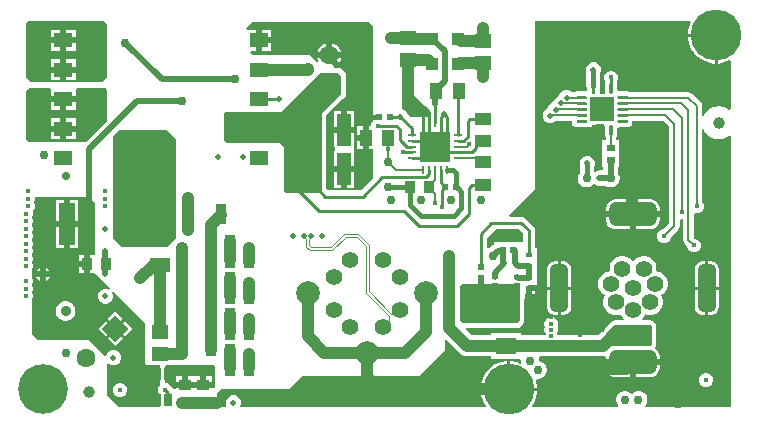
<source format=gtl>
G04*
G04 #@! TF.GenerationSoftware,Altium Limited,Altium Designer,23.3.1 (30)*
G04*
G04 Layer_Physical_Order=1*
G04 Layer_Color=255*
%FSLAX44Y44*%
%MOMM*%
G71*
G04*
G04 #@! TF.SameCoordinates,D194EA9E-320C-42BA-852E-FFA0FE6248A8*
G04*
G04*
G04 #@! TF.FilePolarity,Positive*
G04*
G01*
G75*
%ADD11C,0.2500*%
%ADD18R,0.6500X0.5500*%
%ADD19R,1.5500X1.2700*%
%ADD20R,0.4500X0.5500*%
%ADD21R,0.6200X0.6200*%
%ADD22R,1.4500X1.1500*%
%ADD23R,1.0000X0.9000*%
%ADD24R,0.6500X1.0600*%
%ADD25R,0.9500X1.3500*%
%ADD26R,0.9000X1.0000*%
%ADD27R,1.0500X1.4000*%
%ADD28R,1.8000X1.1500*%
%ADD29R,1.4000X3.5600*%
%ADD30R,0.9500X1.7000*%
%ADD31R,0.5000X0.4000*%
%ADD32R,0.7000X0.2500*%
%ADD33R,0.2500X0.7000*%
%ADD34R,1.0000X1.0000*%
%ADD35R,1.7500X1.4000*%
%ADD36R,0.6200X0.6200*%
%ADD37R,0.5500X0.4500*%
%ADD38R,1.4000X1.0500*%
%ADD39R,1.1500X2.7000*%
%ADD42R,2.0500X2.0500*%
%ADD43C,0.2520*%
G04:AMPARAMS|DCode=78|XSize=4mm|YSize=2mm|CornerRadius=0.5mm|HoleSize=0mm|Usage=FLASHONLY|Rotation=0.000|XOffset=0mm|YOffset=0mm|HoleType=Round|Shape=RoundedRectangle|*
%AMROUNDEDRECTD78*
21,1,4.0000,1.0000,0,0,0.0*
21,1,3.0000,2.0000,0,0,0.0*
1,1,1.0000,1.5000,-0.5000*
1,1,1.0000,-1.5000,-0.5000*
1,1,1.0000,-1.5000,0.5000*
1,1,1.0000,1.5000,0.5000*
%
%ADD78ROUNDEDRECTD78*%
%ADD79C,0.7500*%
%ADD80C,1.0000*%
%ADD81R,2.6000X2.6000*%
%ADD82C,0.0889*%
%ADD83C,1.0160*%
%ADD84C,0.1270*%
%ADD85C,0.5080*%
%ADD86C,0.2540*%
%ADD87C,0.3810*%
%ADD88C,0.1500*%
G04:AMPARAMS|DCode=89|XSize=4mm|YSize=1.5mm|CornerRadius=0.375mm|HoleSize=0mm|Usage=FLASHONLY|Rotation=270.000|XOffset=0mm|YOffset=0mm|HoleType=Round|Shape=RoundedRectangle|*
%AMROUNDEDRECTD89*
21,1,4.0000,0.7500,0,0,270.0*
21,1,3.2500,1.5000,0,0,270.0*
1,1,0.7500,-0.3750,-1.6250*
1,1,0.7500,-0.3750,1.6250*
1,1,0.7500,0.3750,1.6250*
1,1,0.7500,0.3750,-1.6250*
%
%ADD89ROUNDEDRECTD89*%
%ADD90C,1.4000*%
%ADD91C,0.7000*%
%ADD92C,0.9000*%
%ADD93P,2.2627X4X270.0*%
%ADD94C,1.6000*%
%ADD95C,2.0000*%
%ADD96C,4.3000*%
%ADD97C,4.2000*%
%ADD98R,1.6000X1.6000*%
%ADD99C,0.5080*%
%ADD100C,0.4064*%
%ADD101C,0.7620*%
G36*
X252730Y265430D02*
Y250190D01*
X236220Y233680D01*
Y204203D01*
Y202197D01*
Y168910D01*
X233680Y166370D01*
X205740D01*
X204470Y167640D01*
Y204470D01*
X200660Y208280D01*
X179070Y208280D01*
X156210Y208280D01*
X153670Y210820D01*
Y233680D01*
X154940Y234950D01*
X201930D01*
X234950Y267970D01*
X248295D01*
X248920Y267846D01*
X249545Y267970D01*
X250190D01*
X252730Y265430D01*
D02*
G37*
G36*
X54610Y309580D02*
Y264160D01*
X50800Y260350D01*
X-10320D01*
X-13970Y264000D01*
Y309880D01*
X-11554Y312296D01*
X51894D01*
X54610Y309580D01*
D02*
G37*
G36*
X482378Y251556D02*
Y251278D01*
X482165Y250763D01*
X481771Y250369D01*
X481256Y250156D01*
X480700D01*
X480185Y250369D01*
X479791Y250763D01*
X479578Y251278D01*
Y251556D01*
X479578D01*
Y258656D01*
X482378D01*
Y251556D01*
D02*
G37*
G36*
X467378D02*
Y251278D01*
X467165Y250763D01*
X466771Y250369D01*
X466256Y250156D01*
X465700D01*
X465185Y250369D01*
X464791Y250763D01*
X464578Y251278D01*
Y251556D01*
Y258656D01*
X467378D01*
X467378Y251556D01*
D02*
G37*
G36*
X54610Y252730D02*
Y227596D01*
X36564Y209550D01*
X-11430Y209550D01*
X-13970Y212090D01*
Y252730D01*
X-11430Y255270D01*
X6082D01*
X7036Y254000D01*
Y248158D01*
X17326D01*
X27616D01*
Y254000D01*
X27616Y254508D01*
X28570Y255270D01*
X52070D01*
X54610Y252730D01*
D02*
G37*
G36*
X494978Y245756D02*
X487599D01*
X487085Y245969D01*
X486691Y246363D01*
X486478Y246877D01*
Y247156D01*
Y247435D01*
X486691Y247949D01*
X487085Y248343D01*
X487599Y248556D01*
X494978D01*
Y245756D01*
D02*
G37*
G36*
X459871Y248343D02*
X460265Y247949D01*
X460478Y247435D01*
Y247156D01*
Y246877D01*
X460265Y246363D01*
X459871Y245969D01*
X459356Y245756D01*
X451978D01*
Y248556D01*
X459356D01*
X459871Y248343D01*
D02*
G37*
G36*
X494978Y240756D02*
X487599D01*
X487085Y240969D01*
X486691Y241363D01*
X486478Y241877D01*
Y242156D01*
Y242434D01*
X486691Y242949D01*
X487085Y243343D01*
X487599Y243556D01*
X487878D01*
Y243556D01*
X494978D01*
Y240756D01*
D02*
G37*
G36*
X459078Y243556D02*
X459356D01*
X459871Y243343D01*
X460265Y242949D01*
X460478Y242434D01*
Y242156D01*
Y241877D01*
X460265Y241363D01*
X459871Y240969D01*
X459356Y240756D01*
X451978D01*
Y243556D01*
X459078Y243556D01*
D02*
G37*
G36*
X548547Y311026D02*
X546884Y307012D01*
X545960Y302368D01*
Y301270D01*
X570000D01*
Y300000D01*
X571270D01*
Y275960D01*
X572368D01*
X577012Y276884D01*
X581026Y278547D01*
X582296Y277946D01*
Y237272D01*
X581026Y236646D01*
X579290Y237978D01*
X575900Y239382D01*
X572262Y239861D01*
X568624Y239382D01*
X565234Y237978D01*
X562323Y235745D01*
X560090Y232834D01*
X559522Y231463D01*
X558252Y231716D01*
Y240030D01*
X557907Y241764D01*
X556925Y243235D01*
X549799Y250361D01*
X548328Y251343D01*
X546594Y251688D01*
X497148D01*
X496465Y252145D01*
X494978Y252441D01*
X487599D01*
X487599Y252441D01*
X487599Y252441D01*
X487533Y252427D01*
X486263Y253375D01*
Y258656D01*
X486157Y259184D01*
Y261162D01*
X486918Y262998D01*
Y265322D01*
X486029Y267469D01*
X484385Y269113D01*
X482238Y270002D01*
X479914D01*
X477767Y269113D01*
X476123Y267469D01*
X475234Y265322D01*
Y262998D01*
X475798Y261635D01*
Y259185D01*
X475693Y258656D01*
Y251556D01*
X475693Y251556D01*
Y251278D01*
X475706Y251216D01*
X475171Y250207D01*
X474957Y249946D01*
X472163D01*
X471250Y251216D01*
X471263Y251277D01*
X471263Y251277D01*
X471263Y251278D01*
Y254778D01*
X471361Y254926D01*
X471805Y257156D01*
Y267714D01*
X472440Y269247D01*
Y271773D01*
X471473Y274107D01*
X469687Y275893D01*
X467353Y276860D01*
X464827D01*
X462493Y275893D01*
X460707Y274107D01*
X459740Y271773D01*
Y269247D01*
X460151Y268255D01*
Y257156D01*
X460595Y254926D01*
X460693Y254778D01*
Y253337D01*
X459423Y252427D01*
X459357Y252441D01*
X459356Y252441D01*
X459356Y252441D01*
X451978D01*
X450491Y252145D01*
X449808Y251688D01*
X447932D01*
X447081Y252539D01*
X444747Y253506D01*
X442221D01*
X439887Y252539D01*
X438101Y250753D01*
X437203Y248587D01*
X435061Y247699D01*
X433275Y245913D01*
X432308Y243579D01*
Y243119D01*
X430489Y242365D01*
X428703Y240579D01*
X427736Y238245D01*
Y238039D01*
X425917Y237285D01*
X424131Y235499D01*
X423164Y233165D01*
Y230639D01*
X424131Y228305D01*
X425917Y226519D01*
X428251Y225552D01*
X430777D01*
X433111Y226519D01*
X434089Y227497D01*
X448093D01*
Y225756D01*
X448389Y224269D01*
X449231Y223009D01*
X450491Y222167D01*
X451978Y221871D01*
X459356D01*
X460843Y222167D01*
X461358Y222380D01*
X461575Y222526D01*
X461673Y222446D01*
X464578D01*
Y222756D01*
Y223034D01*
X464791Y223549D01*
X465185Y223943D01*
X465700Y224156D01*
X466256D01*
X466771Y223943D01*
X467165Y223549D01*
X467378Y223034D01*
Y222756D01*
X467378D01*
Y222446D01*
X468812D01*
X468162Y223096D01*
X468168Y223269D01*
X468459Y224366D01*
X474957D01*
X475171Y224105D01*
X475706Y223096D01*
X475693Y223034D01*
X475693Y215656D01*
X475989Y214169D01*
X476446Y213486D01*
Y211204D01*
X473762D01*
Y198084D01*
Y188084D01*
X474348D01*
Y185417D01*
X470916D01*
X470291Y185293D01*
X469653D01*
X469064Y185049D01*
X468438Y184925D01*
X467908Y184570D01*
X467726Y184495D01*
X466662Y185021D01*
X466456Y185239D01*
Y188684D01*
X467106Y190253D01*
Y192779D01*
X466139Y195113D01*
X464353Y196899D01*
X462019Y197866D01*
X459493D01*
X457159Y196899D01*
X455373Y195113D01*
X454406Y192779D01*
Y190253D01*
X454802Y189297D01*
Y183808D01*
X454453Y183458D01*
X453457Y181734D01*
X452942Y179811D01*
Y177821D01*
X453457Y175898D01*
X454453Y174174D01*
X455860Y172766D01*
X457584Y171771D01*
X459507Y171256D01*
X461497D01*
X463420Y171771D01*
X465144Y172766D01*
X466552Y174174D01*
X467319Y173560D01*
X467908Y173316D01*
X468438Y172961D01*
X469064Y172837D01*
X469653Y172593D01*
X470291D01*
X470916Y172469D01*
X476696D01*
X477904Y171771D01*
X479827Y171256D01*
X481817D01*
X483740Y171771D01*
X485464Y172766D01*
X486871Y174174D01*
X487867Y175898D01*
X488382Y177821D01*
Y179811D01*
X487867Y181734D01*
X487296Y182722D01*
Y188084D01*
X487882D01*
Y198084D01*
Y211204D01*
X485510D01*
Y213486D01*
X485967Y214169D01*
X486263Y215656D01*
Y221136D01*
X486530Y221356D01*
X487533Y221885D01*
X487599Y221871D01*
X494978D01*
X496465Y222167D01*
X497725Y223009D01*
X498567Y224269D01*
X498863Y225756D01*
Y227624D01*
X525253D01*
X530138Y222739D01*
Y140427D01*
X525213Y135502D01*
X524618D01*
X522471Y134613D01*
X520827Y132969D01*
X519938Y130822D01*
Y128498D01*
X520827Y126351D01*
X522471Y124707D01*
X524618Y123818D01*
X526942D01*
X529089Y124707D01*
X530733Y126351D01*
X531622Y128498D01*
Y129093D01*
X537875Y135345D01*
X537875Y135345D01*
X538857Y136816D01*
X539202Y138550D01*
X539202Y138550D01*
Y143580D01*
X539858Y144018D01*
X542062D01*
Y126506D01*
X542407Y124772D01*
X543389Y123301D01*
X545338Y121353D01*
Y120758D01*
X546227Y118611D01*
X547871Y116967D01*
X550018Y116078D01*
X552342D01*
X554489Y116967D01*
X556133Y118611D01*
X557022Y120758D01*
Y123082D01*
X556133Y125229D01*
X554489Y126873D01*
X552342Y127762D01*
X551747D01*
X551126Y128383D01*
Y148548D01*
X552182Y149254D01*
X552558Y149098D01*
X554882D01*
X557029Y149987D01*
X558673Y151631D01*
X559562Y153778D01*
Y156102D01*
X558673Y158249D01*
X558252Y158670D01*
Y219896D01*
X559522Y220149D01*
X560090Y218778D01*
X562323Y215867D01*
X565234Y213634D01*
X568624Y212230D01*
X572262Y211751D01*
X575900Y212230D01*
X579290Y213634D01*
X581026Y214966D01*
X582296Y214340D01*
X582296Y-14836D01*
X510679D01*
X510193Y-13663D01*
X510288Y-13569D01*
X511291Y-11831D01*
X511810Y-9893D01*
Y-7887D01*
X511291Y-5949D01*
X510288Y-4211D01*
X508869Y-2792D01*
X507131Y-1789D01*
X505193Y-1270D01*
X503187D01*
X501249Y-1789D01*
X499511Y-2792D01*
X498475Y-3829D01*
X497439Y-2792D01*
X495701Y-1789D01*
X493763Y-1270D01*
X491757D01*
X489819Y-1789D01*
X488081Y-2792D01*
X486662Y-4211D01*
X485659Y-5949D01*
X485140Y-7887D01*
Y-9893D01*
X485659Y-11831D01*
X486662Y-13569D01*
X486757Y-13663D01*
X486271Y-14836D01*
X414846Y-14836D01*
X414248Y-13716D01*
X415804Y-11387D01*
X417616Y-7012D01*
X418540Y-2368D01*
Y-1270D01*
X370460D01*
Y-2368D01*
X371384Y-7012D01*
X373196Y-11387D01*
X374752Y-13716D01*
X374154Y-14836D01*
X167895D01*
X167190Y-13780D01*
X167640Y-12693D01*
Y-10167D01*
X166673Y-7833D01*
X164887Y-6047D01*
X162553Y-5080D01*
X160027D01*
X157693Y-6047D01*
X155907Y-7833D01*
X154940Y-10167D01*
Y-12693D01*
X155390Y-13780D01*
X154685Y-14836D01*
X147320D01*
Y-3810D01*
X151130Y0D01*
X208280D01*
X219710Y11430D01*
X318770D01*
X340360Y33020D01*
Y41540D01*
X341533Y42026D01*
X352870Y30690D01*
X354727Y29265D01*
X356889Y28369D01*
X359210Y28063D01*
X359210Y28063D01*
X379710D01*
Y26220D01*
X404106D01*
X405109Y25156D01*
X405130Y25074D01*
Y23127D01*
X405213Y22816D01*
X404258Y21979D01*
X401512Y23116D01*
X396868Y24040D01*
X395770D01*
Y1270D01*
X418540D01*
Y2368D01*
X417616Y7012D01*
X417231Y7943D01*
X417482Y8230D01*
X418213Y8890D01*
X420103D01*
X422041Y9409D01*
X423779Y10412D01*
X425197Y11831D01*
X426201Y13569D01*
X426720Y15507D01*
Y17513D01*
X426201Y19451D01*
X425197Y21189D01*
X423779Y22608D01*
X422041Y23611D01*
X420370Y24058D01*
Y25133D01*
X419925Y26793D01*
X420569Y28063D01*
X473910D01*
X475762Y28307D01*
X476791Y27609D01*
X477007Y27316D01*
Y25787D01*
X522217D01*
Y28247D01*
X521958Y30215D01*
X521198Y32050D01*
X519990Y33625D01*
X518862Y34490D01*
X518499Y35443D01*
X518595Y36133D01*
X519209Y37051D01*
X519505Y38538D01*
Y49514D01*
X519507Y49530D01*
X519505Y49546D01*
Y53340D01*
X519209Y54827D01*
X518367Y56087D01*
X517097Y57357D01*
X515837Y58199D01*
X514350Y58495D01*
X510556D01*
X510540Y58497D01*
X507945D01*
X507419Y59767D01*
X508262Y60610D01*
X509685Y63074D01*
X509834Y63630D01*
X509939Y63674D01*
X512689Y62937D01*
X515535D01*
X518284Y63674D01*
X520750Y65097D01*
X522762Y67109D01*
X524185Y69574D01*
X524922Y72324D01*
Y75170D01*
X524185Y77920D01*
X523167Y79683D01*
X524749Y80597D01*
X526762Y82610D01*
X528185Y85075D01*
X528922Y87824D01*
Y90670D01*
X528185Y93420D01*
X526762Y95885D01*
X524749Y97897D01*
X522285Y99320D01*
X520465Y99808D01*
X519422Y100824D01*
Y103670D01*
X518685Y106419D01*
X517262Y108884D01*
X515249Y110897D01*
X512785Y112320D01*
X510035Y113057D01*
X507189D01*
X504440Y112320D01*
X501974Y110897D01*
X500448Y109371D01*
X499612Y109028D01*
X498776Y109371D01*
X497249Y110897D01*
X494785Y112320D01*
X492035Y113057D01*
X489189D01*
X486440Y112320D01*
X483974Y110897D01*
X481962Y108884D01*
X480539Y106419D01*
X479802Y103670D01*
Y100824D01*
X478759Y99808D01*
X476940Y99320D01*
X474474Y97897D01*
X472462Y95885D01*
X471039Y93420D01*
X470302Y90670D01*
Y87824D01*
X471039Y85075D01*
X472462Y82610D01*
X474474Y80597D01*
X476057Y79683D01*
X475039Y77920D01*
X474302Y75170D01*
Y72324D01*
X475039Y69574D01*
X476462Y67109D01*
X478475Y65097D01*
X480939Y63674D01*
X483689Y62937D01*
X486535D01*
X488145Y63369D01*
X489539Y63074D01*
X490962Y60610D01*
X491805Y59767D01*
X491279Y58497D01*
X486410D01*
X486394Y58495D01*
X483870D01*
X483767Y58474D01*
X483662Y58489D01*
X483027Y58327D01*
X482383Y58199D01*
X482296Y58140D01*
X482194Y58114D01*
X481669Y57721D01*
X481123Y57357D01*
X481065Y57269D01*
X480980Y57206D01*
X478292Y54213D01*
X477606Y53528D01*
X477464Y53315D01*
X477271Y53146D01*
X477199Y53000D01*
X470196Y45997D01*
X435754D01*
X435268Y47170D01*
X435469Y47371D01*
X436358Y49518D01*
Y51842D01*
X435787Y53220D01*
X436358Y54598D01*
Y56922D01*
X435469Y59069D01*
X433825Y60713D01*
X431678Y61602D01*
X429354D01*
X427207Y60713D01*
X425563Y59069D01*
X424674Y56922D01*
Y54598D01*
X425245Y53220D01*
X424674Y51842D01*
Y49518D01*
X425563Y47371D01*
X425764Y47170D01*
X425278Y45997D01*
X404830D01*
Y47840D01*
X379710D01*
Y45997D01*
X362924D01*
X358099Y50822D01*
X358585Y51995D01*
X401320D01*
X402807Y52291D01*
X404067Y53133D01*
X406607Y55673D01*
X407449Y56933D01*
X407745Y58420D01*
Y76550D01*
X408080D01*
Y80880D01*
X408940D01*
Y85670D01*
X411480D01*
Y88195D01*
X411555Y88210D01*
X416770D01*
Y88610D01*
X418040D01*
Y98660D01*
Y107660D01*
Y119780D01*
X416660D01*
Y134620D01*
X416265Y136602D01*
X415143Y138282D01*
X408792Y144633D01*
X407112Y145755D01*
X405130Y146150D01*
X395459D01*
X394973Y147323D01*
X416560Y168910D01*
Y312296D01*
X547946Y312296D01*
X548547Y311026D01*
D02*
G37*
G36*
X494978Y235756D02*
X487599D01*
X487085Y235969D01*
X486691Y236363D01*
X486478Y236877D01*
Y237156D01*
Y237435D01*
X486691Y237949D01*
X487085Y238343D01*
X487599Y238556D01*
X494978D01*
Y235756D01*
D02*
G37*
G36*
X459871Y238343D02*
X460265Y237949D01*
X460478Y237435D01*
Y237156D01*
Y236877D01*
X460265Y236363D01*
X459871Y235969D01*
X459356Y235756D01*
X451978D01*
Y238556D01*
X459356D01*
X459871Y238343D01*
D02*
G37*
G36*
X494978Y230756D02*
X487878Y230756D01*
X487599D01*
X487085Y230969D01*
X486691Y231363D01*
X486478Y231877D01*
Y232156D01*
Y232435D01*
X486691Y232949D01*
X487085Y233343D01*
X487599Y233556D01*
X494978D01*
Y230756D01*
D02*
G37*
G36*
X459871Y233343D02*
X460265Y232949D01*
X460478Y232435D01*
Y232156D01*
Y231877D01*
X460265Y231363D01*
X459871Y230969D01*
X459356Y230756D01*
X459078D01*
Y230756D01*
X451978D01*
Y233556D01*
X459356D01*
X459871Y233343D01*
D02*
G37*
G36*
X326598Y237028D02*
Y230378D01*
X311658D01*
X308521Y233515D01*
X308031Y234697D01*
X306245Y236483D01*
X305063Y236973D01*
X303784Y238252D01*
Y248158D01*
X315468D01*
X326598Y237028D01*
D02*
G37*
G36*
X494978Y225756D02*
X487599D01*
X487085Y225969D01*
X486691Y226363D01*
X486478Y226877D01*
Y227156D01*
Y227434D01*
X486691Y227949D01*
X487085Y228343D01*
X487599Y228556D01*
X494978D01*
Y225756D01*
D02*
G37*
G36*
X459871Y228343D02*
X460265Y227949D01*
X460478Y227434D01*
Y227156D01*
Y226877D01*
X460265Y226363D01*
X459871Y225969D01*
X459356Y225756D01*
X451978D01*
Y228556D01*
X459356D01*
X459871Y228343D01*
D02*
G37*
G36*
X481771Y223943D02*
X482165Y223549D01*
X482378Y223034D01*
Y222756D01*
Y215656D01*
X479578D01*
X479578Y222756D01*
Y223034D01*
X479791Y223549D01*
X480185Y223943D01*
X480700Y224156D01*
X481256D01*
X481771Y223943D01*
D02*
G37*
G36*
X279400Y307340D02*
Y236740D01*
X279260D01*
Y227003D01*
X278994Y226737D01*
X278105Y224590D01*
Y222860D01*
X276090D01*
Y213320D01*
Y203780D01*
X279400D01*
Y178783D01*
X269119Y168501D01*
X241413D01*
X240105Y169810D01*
Y202197D01*
Y204203D01*
Y232071D01*
X254194Y246160D01*
X254220D01*
Y246186D01*
X255477Y247443D01*
X256310Y248690D01*
X256540Y248920D01*
Y249815D01*
X256615Y250190D01*
Y265430D01*
X256540Y265805D01*
Y267570D01*
X252330Y271780D01*
X250565D01*
X250190Y271855D01*
X249545D01*
X249170Y271780D01*
X248670D01*
X248295Y271855D01*
X246557D01*
X246390Y273125D01*
X246478Y273148D01*
X248882Y274536D01*
X250844Y276498D01*
X252232Y278902D01*
X252950Y281582D01*
Y281700D01*
X242410D01*
X231870D01*
Y281582D01*
X232588Y278902D01*
X233167Y277899D01*
X232151Y277119D01*
X226300Y282970D01*
X178040D01*
X175455Y285555D01*
X175941Y286728D01*
X180286D01*
Y295618D01*
Y304508D01*
X172954D01*
X172352Y305702D01*
X177800Y311150D01*
X275590D01*
X279400Y307340D01*
D02*
G37*
G36*
X113030Y212090D02*
Y128270D01*
X105410Y120650D01*
X67310D01*
X59690Y128270D01*
Y214364D01*
X65036Y219710D01*
X105410D01*
X113030Y212090D01*
D02*
G37*
G36*
X406301Y132475D02*
Y125212D01*
X405110Y125020D01*
Y125020D01*
X382290D01*
Y123212D01*
X380668Y122128D01*
X378894Y120355D01*
X378059Y120131D01*
X377130Y119594D01*
X375859Y120328D01*
Y128209D01*
X383441Y135791D01*
X402985D01*
X406301Y132475D01*
D02*
G37*
G36*
X395460Y89550D02*
X398693D01*
X399982Y88688D01*
X402460Y88196D01*
X403860D01*
Y78473D01*
Y76467D01*
Y58420D01*
X401320Y55880D01*
X355600D01*
X353137Y58343D01*
Y87707D01*
X355092Y89662D01*
X376460D01*
Y89550D01*
X380036D01*
X380292Y89378D01*
X382770Y88886D01*
X385248Y89378D01*
X385504Y89550D01*
X389080D01*
Y89662D01*
X395460D01*
Y89550D01*
D02*
G37*
G36*
X44450Y157480D02*
Y114900D01*
X44252Y113712D01*
X43180Y113712D01*
X39752D01*
Y106172D01*
Y98632D01*
X43380D01*
X44450Y98150D01*
X44778Y97822D01*
X44902Y97631D01*
Y97362D01*
X45238D01*
X46926Y95674D01*
X46936Y95623D01*
X47291Y95092D01*
X47535Y94503D01*
X47986Y94052D01*
X48340Y93522D01*
X48870Y93168D01*
X49321Y92717D01*
X49910Y92473D01*
X50440Y92119D01*
X50492Y92108D01*
X56988Y85612D01*
X56268Y84536D01*
X54181Y85400D01*
X51655D01*
X49321Y84433D01*
X47535Y82647D01*
X46568Y80313D01*
Y77787D01*
X47535Y75453D01*
X49321Y73667D01*
X51655Y72700D01*
X54181D01*
X56515Y73667D01*
X58301Y75453D01*
X59268Y77787D01*
Y80313D01*
X58404Y82400D01*
X59480Y83120D01*
X77194Y65406D01*
X86106Y56494D01*
Y26924D01*
Y22606D01*
X87884Y20828D01*
X88000D01*
Y20810D01*
X98824D01*
X99112Y20522D01*
Y4254D01*
X99112Y4254D01*
X99112D01*
X98734Y3110D01*
X98679Y3055D01*
X97790Y908D01*
Y-1416D01*
X98679Y-3563D01*
X99112Y-3996D01*
Y-14732D01*
X64262D01*
X54610Y-5080D01*
Y21254D01*
X55783Y21740D01*
X56093Y21430D01*
X58427Y20463D01*
X60953D01*
X63287Y21430D01*
X65073Y23216D01*
X66040Y25550D01*
Y28076D01*
X65073Y30410D01*
X63287Y32197D01*
X60953Y33163D01*
X58427D01*
X56093Y32197D01*
X54307Y30410D01*
X53603Y28711D01*
X52167Y28351D01*
X38608Y41910D01*
X-3810D01*
X-8890Y46990D01*
Y76454D01*
X-8296Y77888D01*
Y80212D01*
X-8890Y81646D01*
Y82804D01*
X-8296Y84238D01*
Y86562D01*
X-8890Y87996D01*
Y89154D01*
X-8296Y90588D01*
Y92912D01*
X-8890Y94346D01*
Y101854D01*
X-8296Y103288D01*
Y105612D01*
X-8890Y107046D01*
Y108204D01*
X-8296Y109638D01*
Y111962D01*
X-8890Y113396D01*
Y114554D01*
X-8296Y115988D01*
Y118312D01*
X-8890Y119746D01*
Y120904D01*
X-8296Y122338D01*
Y124662D01*
X-8890Y126096D01*
Y127254D01*
X-8296Y128688D01*
Y131012D01*
X-8890Y132446D01*
Y133604D01*
X-8296Y135038D01*
Y137362D01*
X-8890Y138796D01*
Y139954D01*
X-8296Y141388D01*
Y143712D01*
X-8890Y145146D01*
Y146304D01*
X-8296Y147738D01*
Y150062D01*
X-8735Y151121D01*
X-7981Y151875D01*
X-7092Y154022D01*
Y156346D01*
X-7926Y158359D01*
X-7092Y160372D01*
Y162560D01*
X39370D01*
X44450Y157480D01*
D02*
G37*
G36*
X515620Y53340D02*
Y38538D01*
X514215Y37133D01*
X484612D01*
X483829Y37030D01*
X480060D01*
Y49688D01*
X480353Y50781D01*
X481112Y51540D01*
X483870Y54610D01*
X514350D01*
X515620Y53340D01*
D02*
G37*
G36*
X146050Y19050D02*
Y2286D01*
X144700Y936D01*
X143430Y1462D01*
Y1650D01*
X135890D01*
Y4190D01*
X133350D01*
Y11230D01*
X128350D01*
Y11230D01*
X128190D01*
Y11230D01*
X123190D01*
Y4190D01*
X120650D01*
Y1650D01*
X113110D01*
Y474D01*
X110098D01*
X109834Y869D01*
X109247Y1456D01*
X108585Y3055D01*
X106941Y4699D01*
X104794Y5588D01*
X103732D01*
Y19912D01*
X104140Y20320D01*
X144780D01*
X146050Y19050D01*
D02*
G37*
%LPC*%
G36*
X27616Y304508D02*
X19866D01*
Y298158D01*
X27616D01*
Y304508D01*
D02*
G37*
G36*
X14786D02*
X7036D01*
Y298158D01*
X14786D01*
Y304508D01*
D02*
G37*
G36*
X27616Y293078D02*
X19866D01*
Y286728D01*
X27616D01*
Y293078D01*
D02*
G37*
G36*
X14786D02*
X7036D01*
Y286728D01*
X14786D01*
Y293078D01*
D02*
G37*
G36*
X27616Y279508D02*
X19866D01*
Y273158D01*
X27616D01*
Y279508D01*
D02*
G37*
G36*
X14786D02*
X7036D01*
Y273158D01*
X14786D01*
Y279508D01*
D02*
G37*
G36*
X27616Y268078D02*
X19866D01*
Y261728D01*
X27616D01*
Y268078D01*
D02*
G37*
G36*
X14786D02*
X7036D01*
Y261728D01*
X14786D01*
Y268078D01*
D02*
G37*
G36*
X27616Y243078D02*
X19866D01*
Y236728D01*
X27616D01*
Y243078D01*
D02*
G37*
G36*
X14786D02*
X7036D01*
Y236728D01*
X14786D01*
Y243078D01*
D02*
G37*
G36*
X27616Y229508D02*
X19866D01*
Y223158D01*
X27616D01*
Y229508D01*
D02*
G37*
G36*
X14786D02*
X7036D01*
Y223158D01*
X14786D01*
Y229508D01*
D02*
G37*
G36*
X27616Y218078D02*
X19866D01*
Y211728D01*
X27616D01*
Y218078D01*
D02*
G37*
G36*
X14786D02*
X7036D01*
Y211728D01*
X14786D01*
Y218078D01*
D02*
G37*
G36*
X568730Y298730D02*
X545960D01*
Y297632D01*
X546884Y292988D01*
X548696Y288613D01*
X551327Y284675D01*
X554675Y281327D01*
X558613Y278696D01*
X562988Y276884D01*
X567632Y275960D01*
X568730D01*
Y298730D01*
D02*
G37*
G36*
X468812Y217366D02*
X468518D01*
Y217072D01*
X468812Y217366D01*
D02*
G37*
G36*
X463438D02*
X463144D01*
X463438Y217072D01*
Y217366D01*
D02*
G37*
G36*
X514612Y160852D02*
X502152D01*
Y150787D01*
X522217D01*
Y153247D01*
X521958Y155215D01*
X521198Y157050D01*
X519990Y158625D01*
X518414Y159833D01*
X516580Y160593D01*
X514612Y160852D01*
D02*
G37*
G36*
X497072D02*
X484612D01*
X482644Y160593D01*
X480810Y159833D01*
X479234Y158625D01*
X478026Y157050D01*
X477266Y155215D01*
X477007Y153247D01*
Y150787D01*
X497072D01*
Y160852D01*
D02*
G37*
G36*
X522217Y145707D02*
X502152D01*
Y135642D01*
X514612D01*
X516580Y135901D01*
X518414Y136661D01*
X519990Y137869D01*
X521198Y139445D01*
X521958Y141279D01*
X522217Y143247D01*
Y145707D01*
D02*
G37*
G36*
X497072D02*
X477007D01*
Y143247D01*
X477266Y141279D01*
X478026Y139445D01*
X479234Y137869D01*
X480810Y136661D01*
X482644Y135901D01*
X484612Y135642D01*
X497072D01*
Y145707D01*
D02*
G37*
G36*
X565862Y108410D02*
X563382D01*
Y87017D01*
X572275D01*
Y101997D01*
X571787Y104451D01*
X570397Y106532D01*
X568316Y107922D01*
X565862Y108410D01*
D02*
G37*
G36*
X440862D02*
X438382D01*
Y87017D01*
X447275D01*
Y101997D01*
X446787Y104451D01*
X445397Y106532D01*
X443316Y107922D01*
X440862Y108410D01*
D02*
G37*
G36*
X560842D02*
X558362D01*
X555908Y107922D01*
X553827Y106532D01*
X552437Y104451D01*
X551949Y101997D01*
Y87017D01*
X560842D01*
Y108410D01*
D02*
G37*
G36*
X435842D02*
X433362D01*
X430908Y107922D01*
X428827Y106532D01*
X427437Y104451D01*
X426949Y101997D01*
Y87017D01*
X435842D01*
Y108410D01*
D02*
G37*
G36*
X416770Y83130D02*
X414020D01*
Y80880D01*
X416770D01*
Y83130D01*
D02*
G37*
G36*
X572275Y84477D02*
X563382D01*
Y63084D01*
X565862D01*
X568316Y63572D01*
X570397Y64962D01*
X571787Y67043D01*
X572275Y69497D01*
Y84477D01*
D02*
G37*
G36*
X560842D02*
X551949D01*
Y69497D01*
X552437Y67043D01*
X553827Y64962D01*
X555908Y63572D01*
X558362Y63084D01*
X560842D01*
Y84477D01*
D02*
G37*
G36*
X447275D02*
X438382D01*
Y63084D01*
X440862D01*
X443316Y63572D01*
X445397Y64962D01*
X446787Y67043D01*
X447275Y69497D01*
Y84477D01*
D02*
G37*
G36*
X435842D02*
X426949D01*
Y69497D01*
X427437Y67043D01*
X428827Y64962D01*
X430908Y63572D01*
X433362Y63084D01*
X435842D01*
Y84477D01*
D02*
G37*
G36*
X522217Y20707D02*
X502152D01*
Y10642D01*
X514612D01*
X516580Y10901D01*
X518414Y11661D01*
X519990Y12869D01*
X521198Y14445D01*
X521958Y16279D01*
X522217Y18247D01*
Y20707D01*
D02*
G37*
G36*
X497072D02*
X477007D01*
Y18247D01*
X477266Y16279D01*
X478026Y14445D01*
X479234Y12869D01*
X480810Y11661D01*
X482644Y10901D01*
X484612Y10642D01*
X497072D01*
Y20707D01*
D02*
G37*
G36*
X562502Y14002D02*
X560178D01*
X558031Y13113D01*
X556387Y11469D01*
X555498Y9322D01*
Y6998D01*
X556387Y4851D01*
X558031Y3207D01*
X560178Y2318D01*
X562502D01*
X564649Y3207D01*
X566293Y4851D01*
X567182Y6998D01*
Y9322D01*
X566293Y11469D01*
X564649Y13113D01*
X562502Y14002D01*
D02*
G37*
G36*
X393230Y24040D02*
X392132D01*
X387488Y23116D01*
X383113Y21304D01*
X379175Y18673D01*
X375827Y15325D01*
X373196Y11387D01*
X371384Y7012D01*
X370460Y2368D01*
Y1270D01*
X393230D01*
Y24040D01*
D02*
G37*
G36*
X193116Y304508D02*
X185366D01*
Y298158D01*
X193116D01*
Y304508D01*
D02*
G37*
G36*
Y293078D02*
X185366D01*
Y286728D01*
X193116D01*
Y293078D01*
D02*
G37*
G36*
X243798Y293510D02*
X243680D01*
Y284240D01*
X252950D01*
Y284358D01*
X252232Y287038D01*
X250844Y289442D01*
X248882Y291404D01*
X246478Y292792D01*
X243798Y293510D01*
D02*
G37*
G36*
X241140D02*
X241022D01*
X238342Y292792D01*
X235938Y291404D01*
X233976Y289442D01*
X232588Y287038D01*
X231870Y284358D01*
Y284240D01*
X241140D01*
Y293510D01*
D02*
G37*
G36*
X263160Y235710D02*
X257410D01*
Y222210D01*
X263160D01*
Y235710D01*
D02*
G37*
G36*
X252330D02*
X246580D01*
Y222210D01*
X252330D01*
Y235710D01*
D02*
G37*
G36*
X271010Y222860D02*
X265760D01*
Y215860D01*
X271010D01*
Y222860D01*
D02*
G37*
G36*
Y210780D02*
X265760D01*
Y203780D01*
X271010D01*
Y210780D01*
D02*
G37*
G36*
X263160Y217130D02*
X254870D01*
X246580D01*
Y203960D01*
X246580Y203630D01*
Y202690D01*
X246580Y202360D01*
Y189190D01*
X254870D01*
X263160D01*
Y202360D01*
X263160Y202690D01*
Y203630D01*
X263160Y203960D01*
Y217130D01*
D02*
G37*
G36*
Y184110D02*
X257410D01*
Y170610D01*
X263160D01*
Y184110D01*
D02*
G37*
G36*
X252330D02*
X246580D01*
Y170610D01*
X252330D01*
Y184110D01*
D02*
G37*
G36*
X29870Y160040D02*
X22870D01*
Y142240D01*
X29870D01*
Y160040D01*
D02*
G37*
G36*
X17790D02*
X10790D01*
Y142240D01*
X17790D01*
Y160040D01*
D02*
G37*
G36*
X29870Y137160D02*
X22870D01*
Y119360D01*
X29870D01*
Y137160D01*
D02*
G37*
G36*
X17790D02*
X10790D01*
Y119360D01*
X17790D01*
Y137160D01*
D02*
G37*
G36*
X34672Y113712D02*
X30172D01*
Y108712D01*
X34672D01*
Y113712D01*
D02*
G37*
G36*
X2540Y103506D02*
Y100290D01*
X5756D01*
X5332Y101313D01*
X3563Y103082D01*
X2540Y103506D01*
D02*
G37*
G36*
X-2540Y103506D02*
X-3563Y103082D01*
X-5332Y101313D01*
X-5756Y100290D01*
X-2540D01*
Y103506D01*
D02*
G37*
G36*
X34672Y103632D02*
X30172D01*
Y98632D01*
X34672D01*
Y103632D01*
D02*
G37*
G36*
X5756Y95210D02*
X2540D01*
Y91994D01*
X3563Y92418D01*
X5332Y94187D01*
X5756Y95210D01*
D02*
G37*
G36*
X-2540D02*
X-5756D01*
X-5332Y94187D01*
X-3563Y92418D01*
X-2540Y91994D01*
Y95210D01*
D02*
G37*
G36*
X20294Y74810D02*
X18106D01*
X15992Y74244D01*
X14097Y73150D01*
X12550Y71603D01*
X11456Y69708D01*
X10890Y67594D01*
Y65406D01*
X11456Y63293D01*
X12550Y61398D01*
X14097Y59851D01*
X15992Y58756D01*
X18106Y58190D01*
X20294D01*
X22408Y58756D01*
X24302Y59851D01*
X25850Y61398D01*
X26944Y63293D01*
X27510Y65406D01*
Y67594D01*
X26944Y69708D01*
X25850Y71603D01*
X24302Y73150D01*
X22408Y74244D01*
X20294Y74810D01*
D02*
G37*
G36*
X61468Y66468D02*
X54913Y59913D01*
X61468Y53358D01*
X68023Y59913D01*
X61468Y66468D01*
D02*
G37*
G36*
X69819Y58117D02*
X63264Y51562D01*
X69819Y45007D01*
X76374Y51562D01*
X69819Y58117D01*
D02*
G37*
G36*
X53117Y58117D02*
X46562Y51562D01*
X53117Y45007D01*
X59672Y51562D01*
X53117Y58117D01*
D02*
G37*
G36*
X61468Y49766D02*
X54913Y43211D01*
X61468Y36656D01*
X68023Y43211D01*
X61468Y49766D01*
D02*
G37*
G36*
X66440Y5588D02*
X64116D01*
X61969Y4699D01*
X60325Y3055D01*
X59436Y908D01*
Y-1416D01*
X60325Y-3563D01*
X61969Y-5207D01*
X64116Y-6096D01*
X66440D01*
X68587Y-5207D01*
X70231Y-3563D01*
X71120Y-1416D01*
Y908D01*
X70231Y3055D01*
X68587Y4699D01*
X66440Y5588D01*
D02*
G37*
G36*
X143430Y11230D02*
X138430D01*
Y6730D01*
X143430D01*
Y11230D01*
D02*
G37*
G36*
X118110D02*
X113110D01*
Y6730D01*
X118110D01*
Y11230D01*
D02*
G37*
%LPD*%
D11*
X323088Y238760D02*
X326777Y235070D01*
X351278Y200700D02*
X363006D01*
X370667Y210170D02*
X372417D01*
X366667Y206170D02*
X370667Y210170D01*
X363006Y200700D02*
X366667Y204361D01*
Y206170D01*
X336777Y200700D02*
X351278D01*
X339598Y232918D02*
Y233172D01*
X341777Y215700D02*
Y230739D01*
X339598Y232918D02*
X341777Y230739D01*
X336777Y210700D02*
Y230417D01*
X339532Y233172D01*
X339598D01*
X326777Y225200D02*
Y235070D01*
X308917Y245070D02*
X321777Y232210D01*
Y225200D02*
Y232210D01*
X336777Y200700D02*
X336777Y200700D01*
X312277Y195700D02*
X321777D01*
X326777Y200700D01*
X326777Y210700D02*
X326777Y210700D01*
X321777Y215700D02*
X326777Y210700D01*
X312277D02*
X326777D01*
X336777Y210700D02*
X341777Y215700D01*
X336777Y210700D02*
X336777Y210700D01*
X326777Y210700D02*
Y225200D01*
Y210700D02*
X331777Y205700D01*
X321777Y215700D02*
Y225200D01*
D18*
X480822Y204644D02*
D03*
Y194644D02*
D03*
D19*
X182826Y195618D02*
D03*
Y220618D02*
D03*
Y245618D02*
D03*
Y270618D02*
D03*
Y295618D02*
D03*
X17326Y195618D02*
D03*
Y220618D02*
D03*
Y245618D02*
D03*
Y270618D02*
D03*
Y295618D02*
D03*
D20*
X399470Y106680D02*
D03*
X390470D02*
D03*
D21*
X370680Y103520D02*
D03*
Y94520D02*
D03*
D22*
X99060Y30370D02*
D03*
Y48370D02*
D03*
X308917Y279250D02*
D03*
Y297250D02*
D03*
X372417Y276710D02*
D03*
Y294710D02*
D03*
D23*
X120650Y-11810D02*
D03*
Y4190D02*
D03*
X135890Y-11810D02*
D03*
Y4190D02*
D03*
D24*
X87172Y13364D02*
D03*
X96672D02*
D03*
X106172D02*
D03*
Y-8636D02*
D03*
X96672D02*
D03*
X87172D02*
D03*
D25*
X158370Y78740D02*
D03*
X174370D02*
D03*
X158370Y48399D02*
D03*
X174370D02*
D03*
X158370Y17780D02*
D03*
X174370D02*
D03*
X158370Y109220D02*
D03*
X174370D02*
D03*
D26*
X142370Y63500D02*
D03*
X158370D02*
D03*
X53212Y106172D02*
D03*
X37212D02*
D03*
X142370Y125730D02*
D03*
X158370D02*
D03*
X142370Y93980D02*
D03*
X158370D02*
D03*
X142370Y33020D02*
D03*
X158370D02*
D03*
X326610Y171410D02*
D03*
X310610D02*
D03*
D27*
X292550Y213320D02*
D03*
X273550D02*
D03*
X352240Y252690D02*
D03*
X333240D02*
D03*
D28*
X99060Y135050D02*
D03*
Y105050D02*
D03*
D29*
X20330Y139700D02*
D03*
X74930D02*
D03*
D30*
X122810Y148336D02*
D03*
X150810D02*
D03*
D31*
X401770Y82360D02*
D03*
Y88860D02*
D03*
Y95360D02*
D03*
X382770D02*
D03*
Y88860D02*
D03*
Y82360D02*
D03*
D32*
X312277Y195700D02*
D03*
Y200700D02*
D03*
Y205700D02*
D03*
Y210700D02*
D03*
Y215700D02*
D03*
X351278D02*
D03*
Y210700D02*
D03*
Y205700D02*
D03*
Y200700D02*
D03*
Y195700D02*
D03*
D33*
X321777Y225200D02*
D03*
X326777D02*
D03*
X331777D02*
D03*
X336777D02*
D03*
X341777D02*
D03*
Y186200D02*
D03*
X336777D02*
D03*
X331777D02*
D03*
X326777D02*
D03*
X321777D02*
D03*
D34*
X351667Y275550D02*
D03*
X329667D02*
D03*
X351667Y297140D02*
D03*
X329667D02*
D03*
D35*
X392270Y37030D02*
D03*
Y67030D02*
D03*
D36*
X398200Y118110D02*
D03*
X389200D02*
D03*
X284900Y231100D02*
D03*
X293900D02*
D03*
X349780Y171410D02*
D03*
X340780D02*
D03*
D37*
X411480Y104720D02*
D03*
Y113720D02*
D03*
Y85670D02*
D03*
Y94670D02*
D03*
D38*
X372417Y192340D02*
D03*
Y173340D02*
D03*
Y229170D02*
D03*
Y210170D02*
D03*
D39*
X224870Y219670D02*
D03*
X254870D02*
D03*
X224870Y186650D02*
D03*
X254870D02*
D03*
D42*
X473478Y237156D02*
D03*
D43*
X465978Y257156D02*
D03*
X480978Y254406D02*
D03*
X465978Y219906D02*
D03*
X480978Y217056D02*
D03*
X456228Y247156D02*
D03*
Y242156D02*
D03*
X453378Y237156D02*
D03*
Y232156D02*
D03*
Y227156D02*
D03*
X490728D02*
D03*
Y232156D02*
D03*
X493478Y237156D02*
D03*
Y242156D02*
D03*
Y247156D02*
D03*
D78*
X499612Y23247D02*
D03*
Y148247D02*
D03*
D79*
X480822Y178816D02*
D03*
X410210Y37030D02*
D03*
X308917Y245070D02*
D03*
X460502Y178816D02*
D03*
X291940Y171410D02*
D03*
Y193000D02*
D03*
X99060Y83820D02*
D03*
X0Y97750D02*
D03*
D80*
X572262Y225806D02*
D03*
X39370Y-2540D02*
D03*
D81*
X331777Y205700D02*
D03*
D82*
X225866Y117729D02*
X245050D01*
X227076Y120650D02*
X243840D01*
X255143Y131953D02*
X266827D01*
X243840Y120650D02*
X255143Y131953D01*
X225488Y127434D02*
X227076Y129021D01*
X266827Y131953D02*
X276098Y122682D01*
X227076Y129021D02*
Y130050D01*
X299042Y64008D02*
X302320Y67286D01*
X276098Y83058D02*
X295148Y64008D01*
X299042D01*
X276098Y83058D02*
Y122682D01*
X245050Y117729D02*
X256353Y129032D01*
X265617D01*
X220980Y129021D02*
Y130050D01*
Y129021D02*
X222568Y127434D01*
X265617Y129032D02*
X273177Y121472D01*
X288320Y53286D02*
X292862Y57828D01*
X273177Y81848D02*
Y121472D01*
Y81848D02*
X292862Y62163D01*
Y57828D02*
Y62163D01*
X222568Y121028D02*
X225866Y117729D01*
X222568Y121028D02*
Y127434D01*
X225488Y122238D02*
X227076Y120650D01*
X225488Y122238D02*
Y127434D01*
D83*
X274320Y10160D02*
Y31286D01*
X284480Y-0D02*
X394500D01*
X274320Y10160D02*
X284480Y-0D01*
X274320Y31286D02*
X306876D01*
X324320Y48730D01*
Y81286D01*
X224320Y44994D02*
Y81286D01*
Y44994D02*
X238028Y31286D01*
X274320D01*
X499110Y147738D02*
Y165100D01*
X473910Y37030D02*
X486410Y49530D01*
X510540D01*
X410210Y37030D02*
X473910D01*
X392270D02*
X410210D01*
X344170Y52070D02*
Y113030D01*
Y52070D02*
X359210Y37030D01*
X392270D01*
X122682Y148464D02*
Y162052D01*
Y148464D02*
X122810Y148336D01*
X122682Y148208D02*
X122810Y148336D01*
X122682Y134620D02*
Y148208D01*
X474789Y17219D02*
X493591D01*
X498342Y21970D01*
X472810Y15240D02*
X474789Y17219D01*
X142370Y125730D02*
Y139068D01*
X150810Y147508D01*
X142370Y93980D02*
Y125730D01*
X158370Y109220D02*
Y125730D01*
X183286Y270618D02*
X224068D01*
X224790Y271340D01*
X120650Y-11810D02*
X134620D01*
X99060Y48370D02*
Y105050D01*
X82550Y93980D02*
X92950Y104380D01*
X98390D02*
X99060Y105050D01*
X92950Y104380D02*
X98390D01*
X99060Y48370D02*
X99060Y48370D01*
X135890Y-11810D02*
X147320D01*
X118110D02*
X120650D01*
X117680Y30050D02*
Y60050D01*
X100330Y30050D02*
X117680D01*
X308917Y259588D02*
Y279250D01*
Y245070D02*
Y259588D01*
Y260604D01*
X294496Y297250D02*
X308917D01*
X372417Y294710D02*
Y306017D01*
Y264160D02*
Y276710D01*
X351667Y275550D02*
X352827Y276710D01*
X372417D01*
X325967Y279250D02*
X329667Y275550D01*
X308917Y279250D02*
X325967D01*
X354097Y294710D02*
X372417D01*
X351667Y297140D02*
X354097Y294710D01*
X308917Y297250D02*
X309027Y297140D01*
X329667D01*
X174370Y109220D02*
Y120050D01*
Y107780D02*
Y109220D01*
Y78740D02*
Y90050D01*
Y77780D02*
Y78740D01*
X117680Y90050D02*
Y120050D01*
Y60050D02*
Y90050D01*
X142370Y63500D02*
Y93980D01*
Y33020D02*
Y63500D01*
X158370Y78740D02*
Y93980D01*
Y48399D02*
Y63500D01*
Y17780D02*
Y33020D01*
X174370Y48399D02*
Y60050D01*
Y17780D02*
Y30050D01*
D84*
X541020Y149860D02*
Y229616D01*
X533480Y237156D02*
X541020Y229616D01*
X553720Y154940D02*
Y240030D01*
X546594Y126506D02*
Y236220D01*
Y126506D02*
X551180Y121920D01*
X525780Y129660D02*
X534670Y138550D01*
Y224616D01*
X527130Y232156D02*
X534670Y224616D01*
X490728Y232156D02*
X527130D01*
X493478Y237156D02*
X533480D01*
X540658Y242156D02*
X546594Y236220D01*
X493478Y242156D02*
X540658D01*
X546594Y247156D02*
X553720Y240030D01*
X493478Y247156D02*
X546594D01*
X512842Y72470D02*
X515700D01*
X480822Y204644D02*
X480978Y204800D01*
Y217056D01*
X453251Y232029D02*
X453378Y232156D01*
X429641Y232029D02*
X453251D01*
X429514Y231902D02*
X429641Y232029D01*
X434173Y237069D02*
X453291D01*
X453378Y237156D01*
X434086Y236982D02*
X434173Y237069D01*
X438738Y242236D02*
X456148D01*
X438658Y242316D02*
X438738Y242236D01*
X456148D02*
X456228Y242156D01*
X443484Y247156D02*
X456228D01*
X490728Y232156D02*
X490855Y232283D01*
D85*
X120650Y4190D02*
X135890D01*
X470916Y178943D02*
X480695D01*
X480822Y178816D01*
Y194644D01*
X480822Y194644D01*
X52918Y98100D02*
Y105878D01*
X53212Y106172D01*
X52918Y106466D02*
Y117150D01*
Y106466D02*
X53212Y106172D01*
X87172Y-8636D02*
X96672D01*
X87172Y13364D02*
X96672D01*
X381000Y113304D02*
X385246Y117550D01*
X388640D01*
X381000Y113030D02*
Y113304D01*
X388640Y117550D02*
X389200Y118110D01*
X399470Y107260D02*
X402010Y104720D01*
X399470Y107260D02*
Y116840D01*
Y106680D02*
Y107260D01*
X398200Y118110D02*
X399470Y116840D01*
X382770Y95360D02*
Y98980D01*
X390470Y106680D01*
X389200Y107950D02*
X390470Y106680D01*
X389200Y107950D02*
Y118110D01*
X248920Y274320D02*
Y274534D01*
X242410Y281044D02*
Y282970D01*
Y281044D02*
X248920Y274534D01*
X229870Y282970D02*
X242410D01*
X254000D01*
X242410D02*
Y295910D01*
X411480Y77470D02*
Y85670D01*
X370680Y86360D02*
Y94520D01*
X402010Y104720D02*
X411480D01*
Y94670D02*
Y104720D01*
X401770Y95360D02*
X402460Y94670D01*
X411480D01*
X80010Y243840D02*
X118110D01*
X39370Y203200D02*
X80010Y243840D01*
X39370Y149860D02*
Y203200D01*
X336144Y257150D02*
X340106Y261112D01*
Y286701D01*
X335950Y257150D02*
X336144D01*
X333240Y254440D02*
X335950Y257150D01*
X333240Y252690D02*
Y254440D01*
X331617Y251067D02*
X333240Y252690D01*
X329667Y297140D02*
X340106Y286701D01*
X331617Y241407D02*
Y251067D01*
X100750Y262470D02*
X162560D01*
X69850Y293370D02*
X100750Y262470D01*
D86*
X103632Y-254D02*
X106172Y-2794D01*
Y-8636D02*
Y-2794D01*
X305927Y151130D02*
X318627Y138430D01*
X233680Y151130D02*
X305927D01*
X217170Y167640D02*
X233680Y151130D01*
X465836Y210566D02*
X465978Y210708D01*
Y219906D01*
X480978Y254406D02*
Y264062D01*
X481076Y264160D01*
X182826Y245618D02*
X199644D01*
X411480Y113720D02*
Y134620D01*
X405130Y140970D02*
X411480Y134620D01*
X379730Y140970D02*
X405130D01*
X370680Y103520D02*
Y131920D01*
X379730Y140970D01*
X337588Y168218D02*
X340780Y171410D01*
X337588Y154729D02*
Y168218D01*
X336777Y175413D02*
Y186200D01*
Y175413D02*
X340780Y171410D01*
X318627Y138430D02*
X350520D01*
X360845Y148755D01*
Y170805D01*
X363095Y173055D01*
X372133D02*
X372417Y173340D01*
X363095Y173055D02*
X372133D01*
X271264Y163322D02*
X287520Y179578D01*
X307888Y205700D02*
X312277D01*
X302006Y211582D02*
X307888Y205700D01*
X302006Y211582D02*
Y220726D01*
X299304Y223428D02*
X302006Y220726D01*
X287520Y179578D02*
X324104D01*
X326777Y182251D02*
Y186200D01*
X324104Y179578D02*
X326777Y182251D01*
X232918Y169672D02*
X239268Y163322D01*
X271264D01*
X304800Y200700D02*
X312277D01*
X283947Y223428D02*
X299304D01*
X359918Y214376D02*
Y227584D01*
X361504Y229170D01*
X372417D01*
X356242Y210700D02*
X359918Y214376D01*
X351278Y210700D02*
X356242D01*
X351278Y215700D02*
Y251728D01*
X352240Y252690D01*
X331777Y225200D02*
Y241247D01*
X331617Y241407D02*
X331777Y241247D01*
X312277Y215700D02*
Y221470D01*
X302648Y231100D02*
X312277Y221470D01*
X293900Y231100D02*
X302648D01*
D87*
X465978Y270398D02*
X466090Y270510D01*
X465978Y257156D02*
Y270398D01*
X460629Y191389D02*
X460756Y191516D01*
X460502Y178816D02*
X460629Y178943D01*
Y191389D01*
X401770Y82360D02*
Y88860D01*
X354202Y153288D02*
Y167260D01*
X319786Y146812D02*
X347726D01*
X354202Y153288D01*
X310610Y155988D02*
Y171410D01*
Y155988D02*
X319786Y146812D01*
X350052Y171138D02*
X350975Y170215D01*
X351247D01*
X354202Y167260D01*
X350052Y171138D02*
Y171410D01*
X347548Y185821D02*
X349780Y183589D01*
Y171410D02*
Y183589D01*
X342432Y185821D02*
X347548D01*
X291940Y171410D02*
X310610D01*
X274360Y231100D02*
X284900D01*
D88*
X331619Y157555D02*
X331777Y157713D01*
Y165742D01*
X326610Y170910D02*
X331777Y165742D01*
X326610Y170910D02*
Y171910D01*
X292100Y203708D02*
Y212870D01*
Y193160D02*
Y203708D01*
X291940Y193000D02*
X292100Y193160D01*
Y212870D02*
X292550Y213320D01*
X291940Y193000D02*
X298740Y186200D01*
X326610Y171910D02*
X331777Y177077D01*
Y186200D01*
X358685Y205700D02*
X360503Y207518D01*
X351278Y205700D02*
X358685D01*
X360503Y207518D02*
X360845D01*
X369057Y195700D02*
X372417Y192340D01*
X351278Y195700D02*
X369057D01*
X298740Y186200D02*
X321777D01*
D89*
X437112Y85747D02*
D03*
X562112D02*
D03*
D90*
X518112Y89247D02*
D03*
X514112Y73747D02*
D03*
X499612Y85747D02*
D03*
Y67247D02*
D03*
X485112Y73747D02*
D03*
X481112Y89247D02*
D03*
X490612Y102247D02*
D03*
X508612D02*
D03*
X246320Y67286D02*
D03*
X260320Y53286D02*
D03*
X288320D02*
D03*
X302320Y67286D02*
D03*
Y95286D02*
D03*
X288320Y109286D02*
D03*
X260320D02*
D03*
X246320Y95286D02*
D03*
D91*
X19200Y180500D02*
D03*
D92*
Y66500D02*
D03*
D93*
X61468Y51562D02*
D03*
D94*
X36719Y26813D02*
D03*
X242410Y282970D02*
D03*
D95*
X224320Y81286D02*
D03*
X274320Y31286D02*
D03*
X324320Y81286D02*
D03*
D96*
X570000Y300000D02*
D03*
X394500Y-0D02*
D03*
D97*
X0Y0D02*
D03*
D98*
X242410Y257970D02*
D03*
D99*
X227076Y130050D02*
D03*
X220980D02*
D03*
X161290Y-11430D02*
D03*
X59690Y26813D02*
D03*
X465836Y210566D02*
D03*
X466090Y270510D02*
D03*
X470916Y178943D02*
D03*
X460756Y191516D02*
D03*
X429514Y231902D02*
D03*
X434086Y236982D02*
D03*
X438658Y242316D02*
D03*
X443484Y247156D02*
D03*
X465836Y229616D02*
D03*
X481076D02*
D03*
Y244856D02*
D03*
X465836D02*
D03*
X473478Y237156D02*
D03*
X199644Y245618D02*
D03*
X148028Y196850D02*
D03*
X169807D02*
D03*
X339598Y233172D02*
D03*
X302648Y231100D02*
D03*
X161798Y217424D02*
D03*
Y225044D02*
D03*
X169418Y213614D02*
D03*
Y221594D02*
D03*
Y228854D02*
D03*
X236220Y130050D02*
D03*
X212090D02*
D03*
X52918Y136200D02*
D03*
Y117150D02*
D03*
Y98100D02*
D03*
Y79050D02*
D03*
D100*
X-14138Y136200D02*
D03*
X430516Y50680D02*
D03*
X-14138Y142550D02*
D03*
X430516Y55760D02*
D03*
X541020Y149860D02*
D03*
X553720Y154940D02*
D03*
X551180Y121920D02*
D03*
X525780Y129660D02*
D03*
X103632Y-254D02*
D03*
X481076Y264160D02*
D03*
X52724Y155194D02*
D03*
X-14138Y148900D02*
D03*
X52538Y161534D02*
D03*
X-12934Y155184D02*
D03*
Y161534D02*
D03*
Y167884D02*
D03*
X331619Y157555D02*
D03*
X337588Y154729D02*
D03*
X-14138Y123500D02*
D03*
Y117150D02*
D03*
Y110800D02*
D03*
Y104450D02*
D03*
X561340Y8160D02*
D03*
X-14138Y91750D02*
D03*
X52538Y167950D02*
D03*
X-14138Y85400D02*
D03*
Y79050D02*
D03*
Y129850D02*
D03*
X430516Y60960D02*
D03*
X454438Y45720D02*
D03*
X430516Y45600D02*
D03*
X65278Y-254D02*
D03*
Y-9730D02*
D03*
X292100Y203708D02*
D03*
X304800Y200700D02*
D03*
X283947Y223428D02*
D03*
X360845Y207518D02*
D03*
X336777Y210700D02*
D03*
X336777Y200700D02*
D03*
X326777Y200700D02*
D03*
X326777Y210700D02*
D03*
D101*
X561340Y137160D02*
D03*
X499110Y165100D02*
D03*
X510540Y49530D02*
D03*
Y40640D02*
D03*
X344170Y113030D02*
D03*
X122682Y162052D02*
D03*
Y134620D02*
D03*
X472810Y15240D02*
D03*
X224790Y271340D02*
D03*
X472810Y52070D02*
D03*
X381000Y113030D02*
D03*
X403098Y129032D02*
D03*
X260350Y306070D02*
D03*
X273050D02*
D03*
X243840Y203200D02*
D03*
X259842Y245618D02*
D03*
X275336D02*
D03*
X492760Y-8890D02*
D03*
X504190D02*
D03*
X411480Y77470D02*
D03*
X82550Y93980D02*
D03*
X528160Y-3810D02*
D03*
X537774Y-12700D02*
D03*
X561340Y17160D02*
D03*
X552290Y26670D02*
D03*
X528160Y11590D02*
D03*
X537660Y41870D02*
D03*
X527580Y51540D02*
D03*
X419100Y16510D02*
D03*
X412750Y24130D02*
D03*
X374396Y71628D02*
D03*
Y60706D02*
D03*
X125730Y16510D02*
D03*
X135890D02*
D03*
X147320Y-11810D02*
D03*
X117680Y60050D02*
D03*
Y30050D02*
D03*
X118110Y243840D02*
D03*
X308917Y259588D02*
D03*
X294496Y297250D02*
D03*
X372417Y306017D02*
D03*
Y264160D02*
D03*
X220980Y298450D02*
D03*
X209550D02*
D03*
X226060Y307340D02*
D03*
X214630D02*
D03*
X203200D02*
D03*
X370947Y160020D02*
D03*
X345947D02*
D03*
X320147D02*
D03*
X295147D02*
D03*
X162560Y262470D02*
D03*
X69850Y293370D02*
D03*
X40640Y246380D02*
D03*
Y234950D02*
D03*
X50800Y251460D02*
D03*
Y241300D02*
D03*
Y229870D02*
D03*
X63500Y180340D02*
D03*
Y191770D02*
D03*
Y201930D02*
D03*
Y212090D02*
D03*
X43630Y290830D02*
D03*
Y305600D02*
D03*
X-8382Y267716D02*
D03*
Y280416D02*
D03*
Y293116D02*
D03*
Y305816D02*
D03*
X920Y198500D02*
D03*
X19200Y30496D02*
D03*
X117680Y120050D02*
D03*
Y90050D02*
D03*
X174370Y90050D02*
D03*
Y120050D02*
D03*
Y60050D02*
D03*
Y30050D02*
D03*
M02*

</source>
